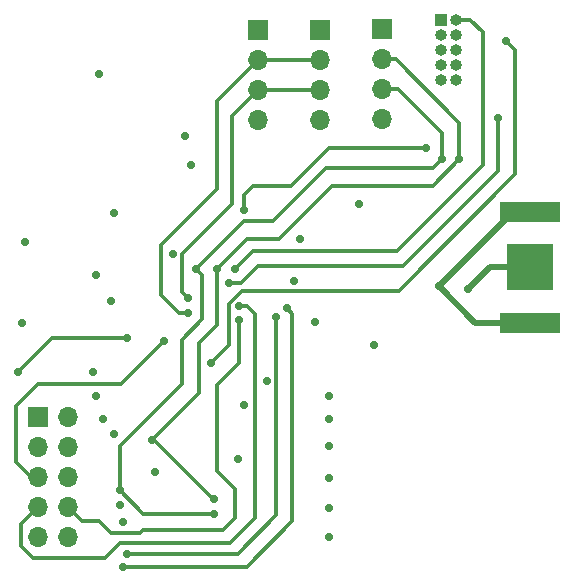
<source format=gbr>
%TF.GenerationSoftware,KiCad,Pcbnew,8.0.3*%
%TF.CreationDate,2024-07-11T15:18:24-04:00*%
%TF.ProjectId,SensorBoard,53656e73-6f72-4426-9f61-72642e6b6963,rev?*%
%TF.SameCoordinates,Original*%
%TF.FileFunction,Copper,L4,Bot*%
%TF.FilePolarity,Positive*%
%FSLAX46Y46*%
G04 Gerber Fmt 4.6, Leading zero omitted, Abs format (unit mm)*
G04 Created by KiCad (PCBNEW 8.0.3) date 2024-07-11 15:18:24*
%MOMM*%
%LPD*%
G01*
G04 APERTURE LIST*
%TA.AperFunction,ComponentPad*%
%ADD10R,1.700000X1.700000*%
%TD*%
%TA.AperFunction,ComponentPad*%
%ADD11O,1.700000X1.700000*%
%TD*%
%TA.AperFunction,ComponentPad*%
%ADD12R,1.000000X1.000000*%
%TD*%
%TA.AperFunction,ComponentPad*%
%ADD13O,1.000000X1.000000*%
%TD*%
%TA.AperFunction,SMDPad,CuDef*%
%ADD14R,5.080000X1.780000*%
%TD*%
%TA.AperFunction,SMDPad,CuDef*%
%ADD15R,3.960000X3.960000*%
%TD*%
%TA.AperFunction,ViaPad*%
%ADD16C,0.700000*%
%TD*%
%TA.AperFunction,Conductor*%
%ADD17C,0.300000*%
%TD*%
%TA.AperFunction,Conductor*%
%ADD18C,0.500000*%
%TD*%
%TA.AperFunction,Conductor*%
%ADD19C,0.200000*%
%TD*%
G04 APERTURE END LIST*
D10*
%TO.P,J5,1,Pin_1*%
%TO.N,+3.3V*%
X75585000Y-82545000D03*
D11*
%TO.P,J5,2,Pin_2*%
X78125000Y-82545000D03*
%TO.P,J5,3,Pin_3*%
%TO.N,PA2*%
X75585000Y-85085000D03*
%TO.P,J5,4,Pin_4*%
%TO.N,PB14*%
X78125000Y-85085000D03*
%TO.P,J5,5,Pin_5*%
%TO.N,PA3*%
X75585000Y-87625000D03*
%TO.P,J5,6,Pin_6*%
%TO.N,PB15*%
X78125000Y-87625000D03*
%TO.P,J5,7,Pin_7*%
%TO.N,PA9*%
X75585000Y-90165000D03*
%TO.P,J5,8,Pin_8*%
%TO.N,PB12*%
X78125000Y-90165000D03*
%TO.P,J5,9,Pin_9*%
%TO.N,GND*%
X75585000Y-92705000D03*
%TO.P,J5,10,Pin_10*%
X78125000Y-92705000D03*
%TD*%
D10*
%TO.P,J3,1,Pin_1*%
%TO.N,+3.3V*%
X99500000Y-49750000D03*
D11*
%TO.P,J3,2,Pin_2*%
%TO.N,/SCL2*%
X99500000Y-52290000D03*
%TO.P,J3,3,Pin_3*%
%TO.N,/SDA2*%
X99500000Y-54830000D03*
%TO.P,J3,4,Pin_4*%
%TO.N,GND*%
X99500000Y-57370000D03*
%TD*%
D10*
%TO.P,J4,1,Pin_1*%
%TO.N,+3.3V*%
X94250000Y-49750000D03*
D11*
%TO.P,J4,2,Pin_2*%
%TO.N,/SCL2*%
X94250000Y-52290000D03*
%TO.P,J4,3,Pin_3*%
%TO.N,/SDA2*%
X94250000Y-54830000D03*
%TO.P,J4,4,Pin_4*%
%TO.N,GND*%
X94250000Y-57370000D03*
%TD*%
D12*
%TO.P,J1,1,VTref*%
%TO.N,+3.3V*%
X109730000Y-48920000D03*
D13*
%TO.P,J1,2,SWDIO/TMS*%
%TO.N,SWDIO*%
X111000000Y-48920000D03*
%TO.P,J1,3,GND*%
%TO.N,GND*%
X109730000Y-50190000D03*
%TO.P,J1,4,SWCLK/TCK*%
%TO.N,SWCLK*%
X111000000Y-50190000D03*
%TO.P,J1,5,GND*%
%TO.N,GND*%
X109730000Y-51460000D03*
%TO.P,J1,6,SWO/TDO*%
%TO.N,SWO*%
X111000000Y-51460000D03*
%TO.P,J1,7,KEY*%
%TO.N,unconnected-(J1-KEY-Pad7)*%
X109730000Y-52730000D03*
%TO.P,J1,8,NC/TDI*%
%TO.N,unconnected-(J1-NC{slash}TDI-Pad8)*%
X111000000Y-52730000D03*
%TO.P,J1,9,GNDDetect*%
%TO.N,GND*%
X109730000Y-54000000D03*
%TO.P,J1,10,~{RESET}*%
%TO.N,NRST*%
X111000000Y-54000000D03*
%TD*%
D10*
%TO.P,J2,1,Pin_1*%
%TO.N,+3.3V*%
X104750000Y-49720000D03*
D11*
%TO.P,J2,2,Pin_2*%
%TO.N,SCL1*%
X104750000Y-52260000D03*
%TO.P,J2,3,Pin_3*%
%TO.N,SDA1*%
X104750000Y-54800000D03*
%TO.P,J2,4,Pin_4*%
%TO.N,GND*%
X104750000Y-57340000D03*
%TD*%
D14*
%TO.P,BT1,1,+*%
%TO.N,/GPS/V_BCKP*%
X117250000Y-74562500D03*
X117250000Y-65162500D03*
D15*
%TO.P,BT1,2,-*%
%TO.N,GND*%
X117250000Y-69862500D03*
%TD*%
D16*
%TO.N,PB12*%
X92575000Y-74384974D03*
%TO.N,PA2*%
X83125000Y-75875000D03*
X73875000Y-78750000D03*
%TO.N,PA3*%
X86250000Y-76125000D03*
%TO.N,PB14*%
X83125000Y-94125000D03*
X95750000Y-74125000D03*
%TO.N,PB15*%
X82750000Y-95250000D03*
X96625000Y-73325000D03*
%TO.N,PA9*%
X92619975Y-73119975D03*
%TO.N,+3.3V*%
X81125000Y-82750000D03*
%TO.N,GND*%
X100250000Y-80750000D03*
X92500000Y-86125000D03*
X100250000Y-87750000D03*
X100250000Y-85000000D03*
X82000000Y-84000000D03*
X80750000Y-53500000D03*
X100250000Y-92750000D03*
X100250000Y-90250000D03*
X82812500Y-91437500D03*
X74500000Y-67750000D03*
X80500000Y-80750000D03*
X97250000Y-71000000D03*
X81750000Y-72750000D03*
X85500000Y-87250000D03*
X80500000Y-70500000D03*
X74250000Y-74625000D03*
X88500000Y-61250000D03*
X99000000Y-74500000D03*
X112000000Y-71750000D03*
X100250000Y-82750000D03*
X82000000Y-65250000D03*
%TO.N,+3.3V*%
X80250000Y-78750000D03*
X82500000Y-90000000D03*
X104000000Y-76500000D03*
X93000000Y-81500000D03*
X95000000Y-79500000D03*
X87000000Y-68750000D03*
X97750000Y-67500000D03*
X102750000Y-64500000D03*
X88000000Y-58750000D03*
%TO.N,/GPS/V_BCKP*%
X109500000Y-71480000D03*
%TO.N,NRST*%
X91750000Y-71250000D03*
X114500000Y-57250000D03*
%TO.N,SWCLK*%
X115250000Y-50750000D03*
X90250000Y-78000000D03*
%TO.N,SWO*%
X93000000Y-65000000D03*
X108450000Y-59750000D03*
%TO.N,SWDIO*%
X92250000Y-70000000D03*
%TO.N,/SCL2*%
X88250000Y-73750000D03*
%TO.N,/SDA2*%
X88250000Y-72500000D03*
%TO.N,SCL1*%
X85250000Y-84500000D03*
X111250000Y-60750000D03*
X90500000Y-89500000D03*
X90750000Y-70000000D03*
%TO.N,SDA1*%
X109750000Y-60750000D03*
X89000000Y-70000000D03*
X82500000Y-88750000D03*
X90500000Y-90750000D03*
%TD*%
D17*
%TO.N,SWCLK*%
X92875000Y-71875000D02*
X91750000Y-73000000D01*
X116000000Y-62000000D02*
X106125000Y-71875000D01*
X106125000Y-71875000D02*
X92875000Y-71875000D01*
X116000000Y-51500000D02*
X116000000Y-62000000D01*
X91750000Y-73000000D02*
X91750000Y-76500000D01*
X91750000Y-76500000D02*
X90250000Y-78000000D01*
X115250000Y-50750000D02*
X116000000Y-51500000D01*
%TO.N,SWDIO*%
X112170000Y-48920000D02*
X111000000Y-48920000D01*
X106000000Y-68500000D02*
X113250000Y-61250000D01*
X93750000Y-68500000D02*
X106000000Y-68500000D01*
X92250000Y-70000000D02*
X93750000Y-68500000D01*
X113250000Y-61250000D02*
X113250000Y-50000000D01*
X113250000Y-50000000D02*
X112170000Y-48920000D01*
D18*
%TO.N,GND*%
X113887500Y-69862500D02*
X117250000Y-69862500D01*
X112000000Y-71750000D02*
X113887500Y-69862500D01*
D17*
%TO.N,PA9*%
X74125000Y-91625000D02*
X75585000Y-90165000D01*
X74125000Y-93500000D02*
X74125000Y-91625000D01*
X75125000Y-94500000D02*
X74125000Y-93500000D01*
X82500000Y-93250000D02*
X81250000Y-94500000D01*
X91875000Y-93250000D02*
X82500000Y-93250000D01*
X94000000Y-91125000D02*
X91875000Y-93250000D01*
X93244975Y-73119975D02*
X94000000Y-73875000D01*
X81250000Y-94500000D02*
X75125000Y-94500000D01*
X92619975Y-73119975D02*
X93244975Y-73119975D01*
X94000000Y-73875000D02*
X94000000Y-91125000D01*
%TO.N,PB12*%
X79335000Y-91375000D02*
X78125000Y-90165000D01*
X81750000Y-92375000D02*
X80750000Y-91375000D01*
X84250000Y-92375000D02*
X81750000Y-92375000D01*
X84500000Y-92125000D02*
X84250000Y-92375000D01*
X92250000Y-88625000D02*
X92250000Y-91125000D01*
X90750000Y-87125000D02*
X92250000Y-88625000D01*
X92250000Y-91125000D02*
X91250000Y-92125000D01*
X90750000Y-79875000D02*
X90750000Y-87125000D01*
X91250000Y-92125000D02*
X84500000Y-92125000D01*
X92625000Y-74434974D02*
X92625000Y-78000000D01*
X92575000Y-74384974D02*
X92625000Y-74434974D01*
X92625000Y-78000000D02*
X90750000Y-79875000D01*
X80750000Y-91375000D02*
X79335000Y-91375000D01*
%TO.N,SCL1*%
X85375000Y-84500000D02*
X85250000Y-84500000D01*
X90375000Y-89500000D02*
X85375000Y-84500000D01*
X90500000Y-89500000D02*
X90375000Y-89500000D01*
%TO.N,PA3*%
X73750000Y-86375000D02*
X75000000Y-87625000D01*
X73750000Y-81625000D02*
X73750000Y-86375000D01*
X75000000Y-87625000D02*
X75585000Y-87625000D01*
X75625000Y-79750000D02*
X73750000Y-81625000D01*
X82625000Y-79750000D02*
X75625000Y-79750000D01*
X86250000Y-76125000D02*
X82625000Y-79750000D01*
%TO.N,SCL1*%
X104220000Y-52260000D02*
X104230000Y-52250000D01*
X105885000Y-52260000D02*
X104220000Y-52260000D01*
X111250000Y-57625000D02*
X105885000Y-52260000D01*
X111250000Y-60750000D02*
X111250000Y-57625000D01*
%TO.N,SDA1*%
X106050000Y-54800000D02*
X104220000Y-54800000D01*
X109750000Y-60750000D02*
X109750000Y-58500000D01*
X109750000Y-58500000D02*
X106050000Y-54800000D01*
%TO.N,PB15*%
X97125000Y-91375000D02*
X97125000Y-73825000D01*
X97125000Y-73825000D02*
X96625000Y-73325000D01*
X82750000Y-95250000D02*
X93250000Y-95250000D01*
X93250000Y-95250000D02*
X97125000Y-91375000D01*
%TO.N,/SCL2*%
X94250000Y-52290000D02*
X99500000Y-52290000D01*
X90750000Y-55790000D02*
X94250000Y-52290000D01*
X90750000Y-63250000D02*
X90750000Y-55790000D01*
%TO.N,/SDA2*%
X94250000Y-54830000D02*
X99500000Y-54830000D01*
X92000000Y-57080000D02*
X94250000Y-54830000D01*
X92000000Y-64500000D02*
X92000000Y-57080000D01*
X87750000Y-68750000D02*
X92000000Y-64500000D01*
X87750000Y-72000000D02*
X87750000Y-68750000D01*
X88250000Y-72500000D02*
X87750000Y-72000000D01*
%TO.N,PB14*%
X92500000Y-94125000D02*
X95750000Y-90875000D01*
X83125000Y-94125000D02*
X92500000Y-94125000D01*
X95750000Y-90875000D02*
X95750000Y-74125000D01*
%TO.N,PA2*%
X83125000Y-75875000D02*
X76750000Y-75875000D01*
X76750000Y-75875000D02*
X73875000Y-78750000D01*
D18*
%TO.N,/GPS/V_BCKP*%
X112562500Y-74562500D02*
X117250000Y-74562500D01*
X109520000Y-71480000D02*
X115837500Y-65162500D01*
X115837500Y-65162500D02*
X117250000Y-65162500D01*
X109500000Y-71480000D02*
X109500000Y-71500000D01*
X109500000Y-71500000D02*
X112562500Y-74562500D01*
X109500000Y-71480000D02*
X109520000Y-71480000D01*
D17*
%TO.N,NRST*%
X92750000Y-71250000D02*
X91750000Y-71250000D01*
X114500000Y-57250000D02*
X114500000Y-61750000D01*
X114500000Y-61750000D02*
X106500000Y-69750000D01*
X94250000Y-69750000D02*
X92750000Y-71250000D01*
X106500000Y-69750000D02*
X94250000Y-69750000D01*
%TO.N,SWO*%
X93000000Y-65000000D02*
X93000000Y-63750000D01*
X100250000Y-59750000D02*
X108450000Y-59750000D01*
X97000000Y-63000000D02*
X100250000Y-59750000D01*
X93750000Y-63000000D02*
X97000000Y-63000000D01*
X93000000Y-63750000D02*
X93750000Y-63000000D01*
%TO.N,/SCL2*%
X86000000Y-72250000D02*
X86000000Y-68000000D01*
X86000000Y-68000000D02*
X90750000Y-63250000D01*
X87500000Y-73750000D02*
X86000000Y-72250000D01*
X88250000Y-73750000D02*
X87500000Y-73750000D01*
%TO.N,SCL1*%
X96000000Y-67500000D02*
X93250000Y-67500000D01*
X93250000Y-67500000D02*
X90750000Y-70000000D01*
X100500000Y-63000000D02*
X96000000Y-67500000D01*
X89250000Y-80500000D02*
X85250000Y-84500000D01*
X90750000Y-70000000D02*
X90750000Y-74750000D01*
X111250000Y-60750000D02*
X109000000Y-63000000D01*
X90750000Y-74750000D02*
X89250000Y-76250000D01*
D19*
X90750000Y-69750000D02*
X90750000Y-70000000D01*
D17*
X109000000Y-63000000D02*
X100500000Y-63000000D01*
X89250000Y-76250000D02*
X89250000Y-80500000D01*
%TO.N,SDA1*%
X95500000Y-66000000D02*
X93000000Y-66000000D01*
X87750000Y-79750000D02*
X82500000Y-85000000D01*
X84500000Y-90750000D02*
X90500000Y-90750000D01*
X109000000Y-61500000D02*
X100000000Y-61500000D01*
X93000000Y-66000000D02*
X89000000Y-70000000D01*
X100000000Y-61500000D02*
X95500000Y-66000000D01*
X89500000Y-74250000D02*
X87750000Y-76000000D01*
X89000000Y-70000000D02*
X89500000Y-70500000D01*
X87750000Y-76000000D02*
X87750000Y-79750000D01*
X82500000Y-85000000D02*
X82500000Y-88750000D01*
X109750000Y-60750000D02*
X109000000Y-61500000D01*
X82500000Y-88750000D02*
X84500000Y-90750000D01*
X89500000Y-70500000D02*
X89500000Y-74250000D01*
%TD*%
M02*

</source>
